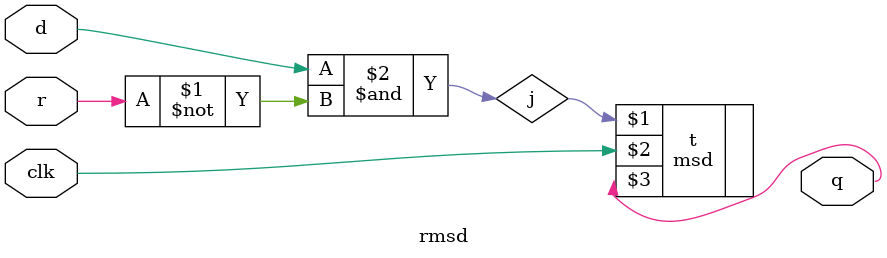
<source format=sv>
module rmsd(input d,r,clk,output q);
wire j;
and (j,d,~r);
msd t(j,clk,q);
endmodule

</source>
